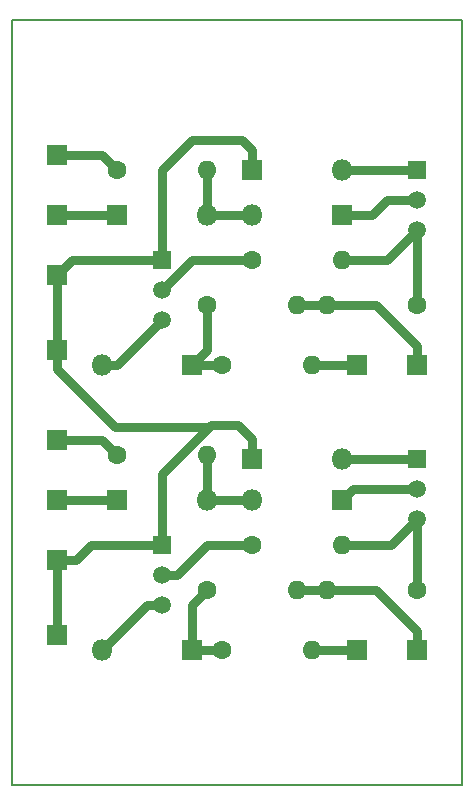
<source format=gbr>
G04 #@! TF.GenerationSoftware,KiCad,Pcbnew,5.1.4-e60b266~84~ubuntu18.04.1*
G04 #@! TF.CreationDate,2019-09-17T14:37:55-03:00*
G04 #@! TF.ProjectId,FuenteDePulsos,4675656e-7465-4446-9550-756c736f732e,rev?*
G04 #@! TF.SameCoordinates,Original*
G04 #@! TF.FileFunction,Copper,L2,Bot*
G04 #@! TF.FilePolarity,Positive*
%FSLAX46Y46*%
G04 Gerber Fmt 4.6, Leading zero omitted, Abs format (unit mm)*
G04 Created by KiCad (PCBNEW 5.1.4-e60b266~84~ubuntu18.04.1) date 2019-09-17 14:37:55*
%MOMM*%
%LPD*%
G04 APERTURE LIST*
%ADD10C,0.150000*%
%ADD11O,1.600000X1.600000*%
%ADD12C,1.600000*%
%ADD13R,1.500000X1.500000*%
%ADD14C,1.500000*%
%ADD15R,1.700000X1.700000*%
%ADD16O,1.800000X1.800000*%
%ADD17R,1.800000X1.800000*%
%ADD18C,0.762000*%
G04 APERTURE END LIST*
D10*
X133350000Y-57150000D02*
X133350000Y-121920000D01*
X134620000Y-57150000D02*
X133350000Y-57150000D01*
X171450000Y-57150000D02*
X134620000Y-57150000D01*
X171450000Y-121920000D02*
X171450000Y-57150000D01*
X133350000Y-121920000D02*
X171450000Y-121920000D01*
D11*
X158750000Y-86360000D03*
D12*
X151130000Y-86360000D03*
D11*
X157480000Y-81280000D03*
D12*
X149860000Y-81280000D03*
D11*
X161290000Y-77470000D03*
D12*
X153670000Y-77470000D03*
D11*
X160020000Y-81280000D03*
D12*
X167640000Y-81280000D03*
D11*
X149860000Y-69850000D03*
D12*
X142240000Y-69850000D03*
D13*
X146050000Y-77470000D03*
D14*
X146050000Y-82550000D03*
X146050000Y-80010000D03*
D13*
X167640000Y-69850000D03*
D14*
X167640000Y-74930000D03*
X167640000Y-72390000D03*
D15*
X162560000Y-86360000D03*
X137160000Y-85090000D03*
X167640000Y-86360000D03*
X137160000Y-78740000D03*
X137160000Y-68580000D03*
X137160000Y-73660000D03*
D16*
X140970000Y-86360000D03*
D17*
X148590000Y-86360000D03*
D16*
X161290000Y-69850000D03*
D17*
X153670000Y-69850000D03*
D16*
X153670000Y-73660000D03*
D17*
X161290000Y-73660000D03*
D16*
X149860000Y-73660000D03*
D17*
X142240000Y-73660000D03*
D11*
X158750000Y-110490000D03*
D12*
X151130000Y-110490000D03*
D11*
X157480000Y-105410000D03*
D12*
X149860000Y-105410000D03*
D11*
X161290000Y-101600000D03*
D12*
X153670000Y-101600000D03*
D11*
X160020000Y-105410000D03*
D12*
X167640000Y-105410000D03*
D11*
X149860000Y-93980000D03*
D12*
X142240000Y-93980000D03*
D15*
X137160000Y-109220000D03*
D16*
X140970000Y-110490000D03*
D17*
X148590000Y-110490000D03*
D16*
X161290000Y-94284800D03*
D17*
X153670000Y-94284800D03*
D16*
X153670000Y-97790000D03*
D17*
X161290000Y-97790000D03*
D16*
X149860000Y-97790000D03*
D17*
X142240000Y-97790000D03*
D13*
X146050000Y-101600000D03*
D14*
X146050000Y-106680000D03*
X146050000Y-104140000D03*
D13*
X167640000Y-94310200D03*
D14*
X167640000Y-99390200D03*
X167640000Y-96850200D03*
D15*
X162560000Y-110490000D03*
X137160000Y-102870000D03*
X167640000Y-110490000D03*
X137160000Y-92710000D03*
X137160000Y-97790000D03*
D18*
X140042000Y-101600000D02*
X146050000Y-101600000D01*
X137160000Y-102870000D02*
X138772000Y-102870000D01*
X138772000Y-102870000D02*
X140042000Y-101600000D01*
X137160000Y-109220000D02*
X137160000Y-102870000D01*
X153670000Y-92622800D02*
X152487200Y-91440000D01*
X153670000Y-94284800D02*
X153670000Y-92622800D01*
X146050000Y-100088000D02*
X146050000Y-101600000D01*
X146050000Y-95591014D02*
X146050000Y-100088000D01*
X152487200Y-91440000D02*
X150201014Y-91440000D01*
X138430000Y-77470000D02*
X137160000Y-78740000D01*
X146050000Y-77470000D02*
X138430000Y-77470000D01*
X137160000Y-85090000D02*
X137160000Y-78740000D01*
X153670000Y-68188000D02*
X152792000Y-67310000D01*
X153670000Y-69850000D02*
X153670000Y-68188000D01*
X152792000Y-67310000D02*
X148590000Y-67310000D01*
X146050000Y-69850000D02*
X146050000Y-77470000D01*
X148590000Y-67310000D02*
X146050000Y-69850000D01*
X142068507Y-91610507D02*
X150030507Y-91610507D01*
X137160000Y-85090000D02*
X137160000Y-86702000D01*
X150201014Y-91440000D02*
X150030507Y-91610507D01*
X137160000Y-86702000D02*
X142068507Y-91610507D01*
X150030507Y-91610507D02*
X146050000Y-95591014D01*
X137160000Y-97790000D02*
X142240000Y-97790000D01*
X153670000Y-97790000D02*
X149860000Y-97790000D01*
X149860000Y-93980000D02*
X149860000Y-97790000D01*
X162229800Y-96850200D02*
X161290000Y-97790000D01*
X167640000Y-96850200D02*
X162229800Y-96850200D01*
X146050000Y-104140000D02*
X147320000Y-104140000D01*
X149860000Y-101600000D02*
X153670000Y-101600000D01*
X147320000Y-104140000D02*
X149860000Y-101600000D01*
X144780000Y-106680000D02*
X140970000Y-110490000D01*
X146050000Y-106680000D02*
X144780000Y-106680000D01*
X140970000Y-92710000D02*
X142240000Y-93980000D01*
X137160000Y-92710000D02*
X140970000Y-92710000D01*
X157480000Y-105410000D02*
X160020000Y-105410000D01*
X167640000Y-108878000D02*
X167640000Y-110490000D01*
X164172000Y-105410000D02*
X167640000Y-108878000D01*
X160020000Y-105410000D02*
X164172000Y-105410000D01*
X162560000Y-110490000D02*
X158750000Y-110490000D01*
X167614600Y-94284800D02*
X167640000Y-94310200D01*
X161290000Y-94284800D02*
X167614600Y-94284800D01*
X167640000Y-105410000D02*
X167640000Y-99390200D01*
X165430200Y-101600000D02*
X167640000Y-99390200D01*
X161290000Y-101600000D02*
X165430200Y-101600000D01*
X148590000Y-106680000D02*
X149860000Y-105410000D01*
X148590000Y-110490000D02*
X148590000Y-106680000D01*
X151130000Y-110490000D02*
X148590000Y-110490000D01*
X149860000Y-69850000D02*
X149860000Y-72390000D01*
X149860000Y-72390000D02*
X149860000Y-73660000D01*
X149860000Y-73660000D02*
X153670000Y-73660000D01*
X142240000Y-73660000D02*
X137160000Y-73660000D01*
X161290000Y-73660000D02*
X163830000Y-73660000D01*
X163830000Y-73660000D02*
X165100000Y-72390000D01*
X165100000Y-72390000D02*
X167640000Y-72390000D01*
X167640000Y-69850000D02*
X161290000Y-69850000D01*
X142240000Y-86360000D02*
X146050000Y-82550000D01*
X140970000Y-86360000D02*
X142240000Y-86360000D01*
X148590000Y-86360000D02*
X151130000Y-86360000D01*
X149860000Y-85090000D02*
X148590000Y-86360000D01*
X149860000Y-81280000D02*
X149860000Y-85090000D01*
X140970000Y-68580000D02*
X142240000Y-69850000D01*
X137160000Y-68580000D02*
X140970000Y-68580000D01*
X157480000Y-81280000D02*
X160020000Y-81280000D01*
X167640000Y-84748000D02*
X164172000Y-81280000D01*
X161151370Y-81280000D02*
X160020000Y-81280000D01*
X164172000Y-81280000D02*
X161151370Y-81280000D01*
X167640000Y-86360000D02*
X167640000Y-84748000D01*
X158750000Y-86360000D02*
X162560000Y-86360000D01*
X167640000Y-81280000D02*
X167640000Y-74930000D01*
X165100000Y-77470000D02*
X167640000Y-74930000D01*
X161290000Y-77470000D02*
X165100000Y-77470000D01*
X148590000Y-77470000D02*
X153670000Y-77470000D01*
X146050000Y-80010000D02*
X148590000Y-77470000D01*
M02*

</source>
